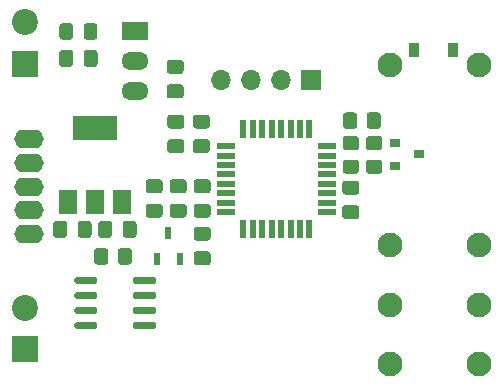
<source format=gts>
%TF.GenerationSoftware,KiCad,Pcbnew,(5.1.10)-1*%
%TF.CreationDate,2022-04-04T21:04:04+02:00*%
%TF.ProjectId,Quickshifter3,51756963-6b73-4686-9966-746572332e6b,rev?*%
%TF.SameCoordinates,Original*%
%TF.FileFunction,Soldermask,Top*%
%TF.FilePolarity,Negative*%
%FSLAX46Y46*%
G04 Gerber Fmt 4.6, Leading zero omitted, Abs format (unit mm)*
G04 Created by KiCad (PCBNEW (5.1.10)-1) date 2022-04-04 21:04:04*
%MOMM*%
%LPD*%
G01*
G04 APERTURE LIST*
%ADD10R,1.500000X2.000000*%
%ADD11R,3.800000X2.000000*%
%ADD12R,0.900000X0.800000*%
%ADD13O,1.700000X1.700000*%
%ADD14R,1.700000X1.700000*%
%ADD15R,0.600000X1.100000*%
%ADD16R,0.600000X1.500000*%
%ADD17R,1.500000X0.600000*%
%ADD18R,0.900000X1.200000*%
%ADD19O,2.300000X1.500000*%
%ADD20R,2.300000X1.500000*%
%ADD21C,2.200000*%
%ADD22R,2.200000X2.200000*%
%ADD23C,2.100000*%
%ADD24O,2.500000X1.600000*%
G04 APERTURE END LIST*
G36*
G01*
X118658200Y-56960100D02*
X117708200Y-56960100D01*
G75*
G02*
X117458200Y-56710100I0J250000D01*
G01*
X117458200Y-56035100D01*
G75*
G02*
X117708200Y-55785100I250000J0D01*
G01*
X118658200Y-55785100D01*
G75*
G02*
X118908200Y-56035100I0J-250000D01*
G01*
X118908200Y-56710100D01*
G75*
G02*
X118658200Y-56960100I-250000J0D01*
G01*
G37*
G36*
G01*
X118658200Y-59035100D02*
X117708200Y-59035100D01*
G75*
G02*
X117458200Y-58785100I0J250000D01*
G01*
X117458200Y-58110100D01*
G75*
G02*
X117708200Y-57860100I250000J0D01*
G01*
X118658200Y-57860100D01*
G75*
G02*
X118908200Y-58110100I0J-250000D01*
G01*
X118908200Y-58785100D01*
G75*
G02*
X118658200Y-59035100I-250000J0D01*
G01*
G37*
G36*
G01*
X94783000Y-64380000D02*
X94783000Y-64080000D01*
G75*
G02*
X94933000Y-63930000I150000J0D01*
G01*
X96583000Y-63930000D01*
G75*
G02*
X96733000Y-64080000I0J-150000D01*
G01*
X96733000Y-64380000D01*
G75*
G02*
X96583000Y-64530000I-150000J0D01*
G01*
X94933000Y-64530000D01*
G75*
G02*
X94783000Y-64380000I0J150000D01*
G01*
G37*
G36*
G01*
X94783000Y-65650000D02*
X94783000Y-65350000D01*
G75*
G02*
X94933000Y-65200000I150000J0D01*
G01*
X96583000Y-65200000D01*
G75*
G02*
X96733000Y-65350000I0J-150000D01*
G01*
X96733000Y-65650000D01*
G75*
G02*
X96583000Y-65800000I-150000J0D01*
G01*
X94933000Y-65800000D01*
G75*
G02*
X94783000Y-65650000I0J150000D01*
G01*
G37*
G36*
G01*
X94783000Y-66920000D02*
X94783000Y-66620000D01*
G75*
G02*
X94933000Y-66470000I150000J0D01*
G01*
X96583000Y-66470000D01*
G75*
G02*
X96733000Y-66620000I0J-150000D01*
G01*
X96733000Y-66920000D01*
G75*
G02*
X96583000Y-67070000I-150000J0D01*
G01*
X94933000Y-67070000D01*
G75*
G02*
X94783000Y-66920000I0J150000D01*
G01*
G37*
G36*
G01*
X94783000Y-68190000D02*
X94783000Y-67890000D01*
G75*
G02*
X94933000Y-67740000I150000J0D01*
G01*
X96583000Y-67740000D01*
G75*
G02*
X96733000Y-67890000I0J-150000D01*
G01*
X96733000Y-68190000D01*
G75*
G02*
X96583000Y-68340000I-150000J0D01*
G01*
X94933000Y-68340000D01*
G75*
G02*
X94783000Y-68190000I0J150000D01*
G01*
G37*
G36*
G01*
X99733000Y-68190000D02*
X99733000Y-67890000D01*
G75*
G02*
X99883000Y-67740000I150000J0D01*
G01*
X101533000Y-67740000D01*
G75*
G02*
X101683000Y-67890000I0J-150000D01*
G01*
X101683000Y-68190000D01*
G75*
G02*
X101533000Y-68340000I-150000J0D01*
G01*
X99883000Y-68340000D01*
G75*
G02*
X99733000Y-68190000I0J150000D01*
G01*
G37*
G36*
G01*
X99733000Y-66920000D02*
X99733000Y-66620000D01*
G75*
G02*
X99883000Y-66470000I150000J0D01*
G01*
X101533000Y-66470000D01*
G75*
G02*
X101683000Y-66620000I0J-150000D01*
G01*
X101683000Y-66920000D01*
G75*
G02*
X101533000Y-67070000I-150000J0D01*
G01*
X99883000Y-67070000D01*
G75*
G02*
X99733000Y-66920000I0J150000D01*
G01*
G37*
G36*
G01*
X99733000Y-65650000D02*
X99733000Y-65350000D01*
G75*
G02*
X99883000Y-65200000I150000J0D01*
G01*
X101533000Y-65200000D01*
G75*
G02*
X101683000Y-65350000I0J-150000D01*
G01*
X101683000Y-65650000D01*
G75*
G02*
X101533000Y-65800000I-150000J0D01*
G01*
X99883000Y-65800000D01*
G75*
G02*
X99733000Y-65650000I0J150000D01*
G01*
G37*
G36*
G01*
X99733000Y-64380000D02*
X99733000Y-64080000D01*
G75*
G02*
X99883000Y-63930000I150000J0D01*
G01*
X101533000Y-63930000D01*
G75*
G02*
X101683000Y-64080000I0J-150000D01*
G01*
X101683000Y-64380000D01*
G75*
G02*
X101533000Y-64530000I-150000J0D01*
G01*
X99883000Y-64530000D01*
G75*
G02*
X99733000Y-64380000I0J150000D01*
G01*
G37*
D10*
X94217000Y-57601000D03*
X98817000Y-57601000D03*
X96517000Y-57601000D03*
D11*
X96517000Y-51301000D03*
G36*
G01*
X120614401Y-53209500D02*
X119714399Y-53209500D01*
G75*
G02*
X119464400Y-52959501I0J249999D01*
G01*
X119464400Y-52259499D01*
G75*
G02*
X119714399Y-52009500I249999J0D01*
G01*
X120614401Y-52009500D01*
G75*
G02*
X120864400Y-52259499I0J-249999D01*
G01*
X120864400Y-52959501D01*
G75*
G02*
X120614401Y-53209500I-249999J0D01*
G01*
G37*
G36*
G01*
X120614401Y-55209500D02*
X119714399Y-55209500D01*
G75*
G02*
X119464400Y-54959501I0J249999D01*
G01*
X119464400Y-54259499D01*
G75*
G02*
X119714399Y-54009500I249999J0D01*
G01*
X120614401Y-54009500D01*
G75*
G02*
X120864400Y-54259499I0J-249999D01*
G01*
X120864400Y-54959501D01*
G75*
G02*
X120614401Y-55209500I-249999J0D01*
G01*
G37*
G36*
G01*
X117733199Y-54009500D02*
X118633201Y-54009500D01*
G75*
G02*
X118883200Y-54259499I0J-249999D01*
G01*
X118883200Y-54959501D01*
G75*
G02*
X118633201Y-55209500I-249999J0D01*
G01*
X117733199Y-55209500D01*
G75*
G02*
X117483200Y-54959501I0J249999D01*
G01*
X117483200Y-54259499D01*
G75*
G02*
X117733199Y-54009500I249999J0D01*
G01*
G37*
G36*
G01*
X117733199Y-52009500D02*
X118633201Y-52009500D01*
G75*
G02*
X118883200Y-52259499I0J-249999D01*
G01*
X118883200Y-52959501D01*
G75*
G02*
X118633201Y-53209500I-249999J0D01*
G01*
X117733199Y-53209500D01*
G75*
G02*
X117483200Y-52959501I0J249999D01*
G01*
X117483200Y-52259499D01*
G75*
G02*
X117733199Y-52009500I249999J0D01*
G01*
G37*
G36*
G01*
X99657000Y-61747999D02*
X99657000Y-62648001D01*
G75*
G02*
X99407001Y-62898000I-249999J0D01*
G01*
X98706999Y-62898000D01*
G75*
G02*
X98457000Y-62648001I0J249999D01*
G01*
X98457000Y-61747999D01*
G75*
G02*
X98706999Y-61498000I249999J0D01*
G01*
X99407001Y-61498000D01*
G75*
G02*
X99657000Y-61747999I0J-249999D01*
G01*
G37*
G36*
G01*
X97657000Y-61747999D02*
X97657000Y-62648001D01*
G75*
G02*
X97407001Y-62898000I-249999J0D01*
G01*
X96706999Y-62898000D01*
G75*
G02*
X96457000Y-62648001I0J249999D01*
G01*
X96457000Y-61747999D01*
G75*
G02*
X96706999Y-61498000I249999J0D01*
G01*
X97407001Y-61498000D01*
G75*
G02*
X97657000Y-61747999I0J-249999D01*
G01*
G37*
G36*
G01*
X118723000Y-50254499D02*
X118723000Y-51154501D01*
G75*
G02*
X118473001Y-51404500I-249999J0D01*
G01*
X117772999Y-51404500D01*
G75*
G02*
X117523000Y-51154501I0J249999D01*
G01*
X117523000Y-50254499D01*
G75*
G02*
X117772999Y-50004500I249999J0D01*
G01*
X118473001Y-50004500D01*
G75*
G02*
X118723000Y-50254499I0J-249999D01*
G01*
G37*
G36*
G01*
X120723000Y-50254499D02*
X120723000Y-51154501D01*
G75*
G02*
X120473001Y-51404500I-249999J0D01*
G01*
X119772999Y-51404500D01*
G75*
G02*
X119523000Y-51154501I0J249999D01*
G01*
X119523000Y-50254499D01*
G75*
G02*
X119772999Y-50004500I249999J0D01*
G01*
X120473001Y-50004500D01*
G75*
G02*
X120723000Y-50254499I0J-249999D01*
G01*
G37*
D12*
X123949000Y-53562000D03*
X121949000Y-54512000D03*
X121949000Y-52612000D03*
D13*
X107185000Y-47275500D03*
X109725000Y-47275500D03*
X112265000Y-47275500D03*
D14*
X114805000Y-47275500D03*
D15*
X101787500Y-62401200D03*
X103687500Y-62401200D03*
X102737500Y-60201200D03*
D16*
X109084000Y-51407500D03*
X109884000Y-51407500D03*
X110684000Y-51407500D03*
X111484000Y-51407500D03*
X112284000Y-51407500D03*
X113084000Y-51407500D03*
X113884000Y-51407500D03*
X114684000Y-51407500D03*
D17*
X116134000Y-52857500D03*
X116134000Y-53657500D03*
X116134000Y-54457500D03*
X116134000Y-55257500D03*
X116134000Y-56057500D03*
X116134000Y-56857500D03*
X116134000Y-57657500D03*
X116134000Y-58457500D03*
D16*
X114684000Y-59907500D03*
X113884000Y-59907500D03*
X113084000Y-59907500D03*
X112284000Y-59907500D03*
X111484000Y-59907500D03*
X110684000Y-59907500D03*
X109884000Y-59907500D03*
X109084000Y-59907500D03*
D17*
X107634000Y-58457500D03*
X107634000Y-57657500D03*
X107634000Y-56857500D03*
X107634000Y-56057500D03*
X107634000Y-55257500D03*
X107634000Y-54457500D03*
X107634000Y-53657500D03*
X107634000Y-52857500D03*
D18*
X123519200Y-44722800D03*
X126819200Y-44722800D03*
G36*
G01*
X106072500Y-60871700D02*
X105122500Y-60871700D01*
G75*
G02*
X104872500Y-60621700I0J250000D01*
G01*
X104872500Y-59946700D01*
G75*
G02*
X105122500Y-59696700I250000J0D01*
G01*
X106072500Y-59696700D01*
G75*
G02*
X106322500Y-59946700I0J-250000D01*
G01*
X106322500Y-60621700D01*
G75*
G02*
X106072500Y-60871700I-250000J0D01*
G01*
G37*
G36*
G01*
X106072500Y-62946700D02*
X105122500Y-62946700D01*
G75*
G02*
X104872500Y-62696700I0J250000D01*
G01*
X104872500Y-62021700D01*
G75*
G02*
X105122500Y-61771700I250000J0D01*
G01*
X106072500Y-61771700D01*
G75*
G02*
X106322500Y-62021700I0J-250000D01*
G01*
X106322500Y-62696700D01*
G75*
G02*
X106072500Y-62946700I-250000J0D01*
G01*
G37*
G36*
G01*
X103090500Y-57754600D02*
X104040500Y-57754600D01*
G75*
G02*
X104290500Y-58004600I0J-250000D01*
G01*
X104290500Y-58679600D01*
G75*
G02*
X104040500Y-58929600I-250000J0D01*
G01*
X103090500Y-58929600D01*
G75*
G02*
X102840500Y-58679600I0J250000D01*
G01*
X102840500Y-58004600D01*
G75*
G02*
X103090500Y-57754600I250000J0D01*
G01*
G37*
G36*
G01*
X103090500Y-55679600D02*
X104040500Y-55679600D01*
G75*
G02*
X104290500Y-55929600I0J-250000D01*
G01*
X104290500Y-56604600D01*
G75*
G02*
X104040500Y-56854600I-250000J0D01*
G01*
X103090500Y-56854600D01*
G75*
G02*
X102840500Y-56604600I0J250000D01*
G01*
X102840500Y-55929600D01*
G75*
G02*
X103090500Y-55679600I250000J0D01*
G01*
G37*
G36*
G01*
X103786500Y-46740500D02*
X102836500Y-46740500D01*
G75*
G02*
X102586500Y-46490500I0J250000D01*
G01*
X102586500Y-45815500D01*
G75*
G02*
X102836500Y-45565500I250000J0D01*
G01*
X103786500Y-45565500D01*
G75*
G02*
X104036500Y-45815500I0J-250000D01*
G01*
X104036500Y-46490500D01*
G75*
G02*
X103786500Y-46740500I-250000J0D01*
G01*
G37*
G36*
G01*
X103786500Y-48815500D02*
X102836500Y-48815500D01*
G75*
G02*
X102586500Y-48565500I0J250000D01*
G01*
X102586500Y-47890500D01*
G75*
G02*
X102836500Y-47640500I250000J0D01*
G01*
X103786500Y-47640500D01*
G75*
G02*
X104036500Y-47890500I0J-250000D01*
G01*
X104036500Y-48565500D01*
G75*
G02*
X103786500Y-48815500I-250000J0D01*
G01*
G37*
G36*
G01*
X95062000Y-60387000D02*
X95062000Y-59437000D01*
G75*
G02*
X95312000Y-59187000I250000J0D01*
G01*
X95987000Y-59187000D01*
G75*
G02*
X96237000Y-59437000I0J-250000D01*
G01*
X96237000Y-60387000D01*
G75*
G02*
X95987000Y-60637000I-250000J0D01*
G01*
X95312000Y-60637000D01*
G75*
G02*
X95062000Y-60387000I0J250000D01*
G01*
G37*
G36*
G01*
X92987000Y-60387000D02*
X92987000Y-59437000D01*
G75*
G02*
X93237000Y-59187000I250000J0D01*
G01*
X93912000Y-59187000D01*
G75*
G02*
X94162000Y-59437000I0J-250000D01*
G01*
X94162000Y-60387000D01*
G75*
G02*
X93912000Y-60637000I-250000J0D01*
G01*
X93237000Y-60637000D01*
G75*
G02*
X92987000Y-60387000I0J250000D01*
G01*
G37*
G36*
G01*
X105122500Y-57749700D02*
X106072500Y-57749700D01*
G75*
G02*
X106322500Y-57999700I0J-250000D01*
G01*
X106322500Y-58674700D01*
G75*
G02*
X106072500Y-58924700I-250000J0D01*
G01*
X105122500Y-58924700D01*
G75*
G02*
X104872500Y-58674700I0J250000D01*
G01*
X104872500Y-57999700D01*
G75*
G02*
X105122500Y-57749700I250000J0D01*
G01*
G37*
G36*
G01*
X105122500Y-55674700D02*
X106072500Y-55674700D01*
G75*
G02*
X106322500Y-55924700I0J-250000D01*
G01*
X106322500Y-56599700D01*
G75*
G02*
X106072500Y-56849700I-250000J0D01*
G01*
X105122500Y-56849700D01*
G75*
G02*
X104872500Y-56599700I0J250000D01*
G01*
X104872500Y-55924700D01*
G75*
G02*
X105122500Y-55674700I250000J0D01*
G01*
G37*
G36*
G01*
X97972000Y-59437000D02*
X97972000Y-60387000D01*
G75*
G02*
X97722000Y-60637000I-250000J0D01*
G01*
X97047000Y-60637000D01*
G75*
G02*
X96797000Y-60387000I0J250000D01*
G01*
X96797000Y-59437000D01*
G75*
G02*
X97047000Y-59187000I250000J0D01*
G01*
X97722000Y-59187000D01*
G75*
G02*
X97972000Y-59437000I0J-250000D01*
G01*
G37*
G36*
G01*
X100047000Y-59437000D02*
X100047000Y-60387000D01*
G75*
G02*
X99797000Y-60637000I-250000J0D01*
G01*
X99122000Y-60637000D01*
G75*
G02*
X98872000Y-60387000I0J250000D01*
G01*
X98872000Y-59437000D01*
G75*
G02*
X99122000Y-59187000I250000J0D01*
G01*
X99797000Y-59187000D01*
G75*
G02*
X100047000Y-59437000I0J-250000D01*
G01*
G37*
G36*
G01*
X94670000Y-44959000D02*
X94670000Y-45909000D01*
G75*
G02*
X94420000Y-46159000I-250000J0D01*
G01*
X93745000Y-46159000D01*
G75*
G02*
X93495000Y-45909000I0J250000D01*
G01*
X93495000Y-44959000D01*
G75*
G02*
X93745000Y-44709000I250000J0D01*
G01*
X94420000Y-44709000D01*
G75*
G02*
X94670000Y-44959000I0J-250000D01*
G01*
G37*
G36*
G01*
X96745000Y-44959000D02*
X96745000Y-45909000D01*
G75*
G02*
X96495000Y-46159000I-250000J0D01*
G01*
X95820000Y-46159000D01*
G75*
G02*
X95570000Y-45909000I0J250000D01*
G01*
X95570000Y-44959000D01*
G75*
G02*
X95820000Y-44709000I250000J0D01*
G01*
X96495000Y-44709000D01*
G75*
G02*
X96745000Y-44959000I0J-250000D01*
G01*
G37*
G36*
G01*
X106009000Y-51376000D02*
X105059000Y-51376000D01*
G75*
G02*
X104809000Y-51126000I0J250000D01*
G01*
X104809000Y-50451000D01*
G75*
G02*
X105059000Y-50201000I250000J0D01*
G01*
X106009000Y-50201000D01*
G75*
G02*
X106259000Y-50451000I0J-250000D01*
G01*
X106259000Y-51126000D01*
G75*
G02*
X106009000Y-51376000I-250000J0D01*
G01*
G37*
G36*
G01*
X106009000Y-53451000D02*
X105059000Y-53451000D01*
G75*
G02*
X104809000Y-53201000I0J250000D01*
G01*
X104809000Y-52526000D01*
G75*
G02*
X105059000Y-52276000I250000J0D01*
G01*
X106009000Y-52276000D01*
G75*
G02*
X106259000Y-52526000I0J-250000D01*
G01*
X106259000Y-53201000D01*
G75*
G02*
X106009000Y-53451000I-250000J0D01*
G01*
G37*
G36*
G01*
X103850000Y-51376000D02*
X102900000Y-51376000D01*
G75*
G02*
X102650000Y-51126000I0J250000D01*
G01*
X102650000Y-50451000D01*
G75*
G02*
X102900000Y-50201000I250000J0D01*
G01*
X103850000Y-50201000D01*
G75*
G02*
X104100000Y-50451000I0J-250000D01*
G01*
X104100000Y-51126000D01*
G75*
G02*
X103850000Y-51376000I-250000J0D01*
G01*
G37*
G36*
G01*
X103850000Y-53451000D02*
X102900000Y-53451000D01*
G75*
G02*
X102650000Y-53201000I0J250000D01*
G01*
X102650000Y-52526000D01*
G75*
G02*
X102900000Y-52276000I250000J0D01*
G01*
X103850000Y-52276000D01*
G75*
G02*
X104100000Y-52526000I0J-250000D01*
G01*
X104100000Y-53201000D01*
G75*
G02*
X103850000Y-53451000I-250000J0D01*
G01*
G37*
G36*
G01*
X95570000Y-43598001D02*
X95570000Y-42697999D01*
G75*
G02*
X95819999Y-42448000I249999J0D01*
G01*
X96470001Y-42448000D01*
G75*
G02*
X96720000Y-42697999I0J-249999D01*
G01*
X96720000Y-43598001D01*
G75*
G02*
X96470001Y-43848000I-249999J0D01*
G01*
X95819999Y-43848000D01*
G75*
G02*
X95570000Y-43598001I0J249999D01*
G01*
G37*
G36*
G01*
X93520000Y-43598001D02*
X93520000Y-42697999D01*
G75*
G02*
X93769999Y-42448000I249999J0D01*
G01*
X94420001Y-42448000D01*
G75*
G02*
X94670000Y-42697999I0J-249999D01*
G01*
X94670000Y-43598001D01*
G75*
G02*
X94420001Y-43848000I-249999J0D01*
G01*
X93769999Y-43848000D01*
G75*
G02*
X93520000Y-43598001I0J249999D01*
G01*
G37*
G36*
G01*
X101058500Y-57754600D02*
X102008500Y-57754600D01*
G75*
G02*
X102258500Y-58004600I0J-250000D01*
G01*
X102258500Y-58679600D01*
G75*
G02*
X102008500Y-58929600I-250000J0D01*
G01*
X101058500Y-58929600D01*
G75*
G02*
X100808500Y-58679600I0J250000D01*
G01*
X100808500Y-58004600D01*
G75*
G02*
X101058500Y-57754600I250000J0D01*
G01*
G37*
G36*
G01*
X101058500Y-55679600D02*
X102008500Y-55679600D01*
G75*
G02*
X102258500Y-55929600I0J-250000D01*
G01*
X102258500Y-56604600D01*
G75*
G02*
X102008500Y-56854600I-250000J0D01*
G01*
X101058500Y-56854600D01*
G75*
G02*
X100808500Y-56604600I0J250000D01*
G01*
X100808500Y-55929600D01*
G75*
G02*
X101058500Y-55679600I250000J0D01*
G01*
G37*
D19*
X99946000Y-48228000D03*
X99946000Y-45688000D03*
D20*
X99946000Y-43148000D03*
D21*
X90598800Y-42391200D03*
D22*
X90598800Y-45891200D03*
D23*
X129032500Y-46002000D03*
X129032500Y-61262000D03*
X129032500Y-66302000D03*
X129032500Y-71342000D03*
X121532500Y-71342000D03*
X121532500Y-66302000D03*
X121532500Y-61262000D03*
X121532500Y-46002000D03*
D22*
X90598800Y-70072000D03*
D21*
X90598800Y-66572000D03*
D24*
X90954400Y-52293000D03*
X90954400Y-54293000D03*
X90954400Y-56293000D03*
X90954400Y-58293000D03*
X90954400Y-60293000D03*
M02*

</source>
